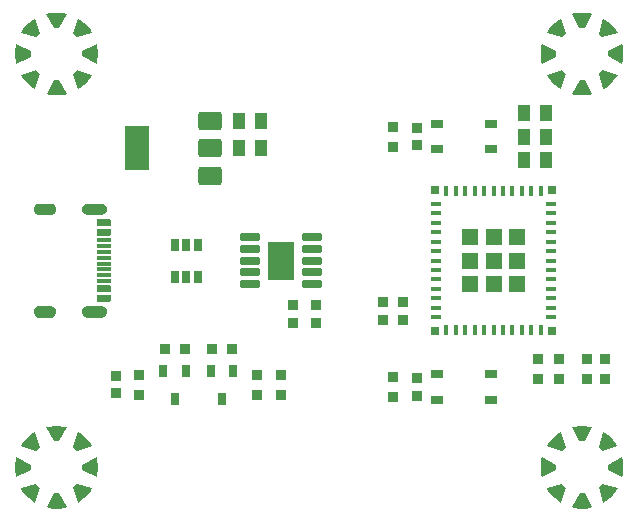
<source format=gtp>
G04*
G04 #@! TF.GenerationSoftware,Altium Limited,Altium Designer,20.0.7 (75)*
G04*
G04 Layer_Color=8421504*
%FSLAX44Y44*%
%MOMM*%
G71*
G01*
G75*
%ADD17R,0.9906X0.7112*%
G04:AMPARAMS|DCode=18|XSize=0.9mm|YSize=0.8mm|CornerRadius=0.06mm|HoleSize=0mm|Usage=FLASHONLY|Rotation=270.000|XOffset=0mm|YOffset=0mm|HoleType=Round|Shape=RoundedRectangle|*
%AMROUNDEDRECTD18*
21,1,0.9000,0.6800,0,0,270.0*
21,1,0.7800,0.8000,0,0,270.0*
1,1,0.1200,-0.3400,-0.3900*
1,1,0.1200,-0.3400,0.3900*
1,1,0.1200,0.3400,0.3900*
1,1,0.1200,0.3400,-0.3900*
%
%ADD18ROUNDEDRECTD18*%
G04:AMPARAMS|DCode=19|XSize=0.8mm|YSize=0.9mm|CornerRadius=0.06mm|HoleSize=0mm|Usage=FLASHONLY|Rotation=90.000|XOffset=0mm|YOffset=0mm|HoleType=Round|Shape=RoundedRectangle|*
%AMROUNDEDRECTD19*
21,1,0.8000,0.7800,0,0,90.0*
21,1,0.6800,0.9000,0,0,90.0*
1,1,0.1200,0.3900,0.3400*
1,1,0.1200,0.3900,-0.3400*
1,1,0.1200,-0.3900,-0.3400*
1,1,0.1200,-0.3900,0.3400*
%
%ADD19ROUNDEDRECTD19*%
%ADD20R,1.4478X1.4478*%
%ADD21R,0.7112X0.7112*%
%ADD22R,0.8128X0.4064*%
%ADD23R,0.4064X0.8128*%
G04:AMPARAMS|DCode=24|XSize=0.95mm|YSize=1.4mm|CornerRadius=0.0712mm|HoleSize=0mm|Usage=FLASHONLY|Rotation=180.000|XOffset=0mm|YOffset=0mm|HoleType=Round|Shape=RoundedRectangle|*
%AMROUNDEDRECTD24*
21,1,0.9500,1.2575,0,0,180.0*
21,1,0.8075,1.4000,0,0,180.0*
1,1,0.1425,-0.4037,0.6288*
1,1,0.1425,0.4037,0.6288*
1,1,0.1425,0.4037,-0.6288*
1,1,0.1425,-0.4037,-0.6288*
%
%ADD24ROUNDEDRECTD24*%
G04:AMPARAMS|DCode=25|XSize=0.8mm|YSize=0.9mm|CornerRadius=0.06mm|HoleSize=0mm|Usage=FLASHONLY|Rotation=0.000|XOffset=0mm|YOffset=0mm|HoleType=Round|Shape=RoundedRectangle|*
%AMROUNDEDRECTD25*
21,1,0.8000,0.7800,0,0,0.0*
21,1,0.6800,0.9000,0,0,0.0*
1,1,0.1200,0.3400,-0.3900*
1,1,0.1200,-0.3400,-0.3900*
1,1,0.1200,-0.3400,0.3900*
1,1,0.1200,0.3400,0.3900*
%
%ADD25ROUNDEDRECTD25*%
G04:AMPARAMS|DCode=26|XSize=0.9mm|YSize=0.8mm|CornerRadius=0.06mm|HoleSize=0mm|Usage=FLASHONLY|Rotation=0.000|XOffset=0mm|YOffset=0mm|HoleType=Round|Shape=RoundedRectangle|*
%AMROUNDEDRECTD26*
21,1,0.9000,0.6800,0,0,0.0*
21,1,0.7800,0.8000,0,0,0.0*
1,1,0.1200,0.3900,-0.3400*
1,1,0.1200,-0.3900,-0.3400*
1,1,0.1200,-0.3900,0.3400*
1,1,0.1200,0.3900,0.3400*
%
%ADD26ROUNDEDRECTD26*%
G04:AMPARAMS|DCode=27|XSize=0.6mm|YSize=1.05mm|CornerRadius=0.045mm|HoleSize=0mm|Usage=FLASHONLY|Rotation=0.000|XOffset=0mm|YOffset=0mm|HoleType=Round|Shape=RoundedRectangle|*
%AMROUNDEDRECTD27*
21,1,0.6000,0.9600,0,0,0.0*
21,1,0.5100,1.0500,0,0,0.0*
1,1,0.0900,0.2550,-0.4800*
1,1,0.0900,-0.2550,-0.4800*
1,1,0.0900,-0.2550,0.4800*
1,1,0.0900,0.2550,0.4800*
%
%ADD27ROUNDEDRECTD27*%
G04:AMPARAMS|DCode=28|XSize=0.6mm|YSize=1.1mm|CornerRadius=0.045mm|HoleSize=0mm|Usage=FLASHONLY|Rotation=180.000|XOffset=0mm|YOffset=0mm|HoleType=Round|Shape=RoundedRectangle|*
%AMROUNDEDRECTD28*
21,1,0.6000,1.0100,0,0,180.0*
21,1,0.5100,1.1000,0,0,180.0*
1,1,0.0900,-0.2550,0.5050*
1,1,0.0900,0.2550,0.5050*
1,1,0.0900,0.2550,-0.5050*
1,1,0.0900,-0.2550,-0.5050*
%
%ADD28ROUNDEDRECTD28*%
G04:AMPARAMS|DCode=29|XSize=1.66mm|YSize=0.6mm|CornerRadius=0.075mm|HoleSize=0mm|Usage=FLASHONLY|Rotation=180.000|XOffset=0mm|YOffset=0mm|HoleType=Round|Shape=RoundedRectangle|*
%AMROUNDEDRECTD29*
21,1,1.6600,0.4500,0,0,180.0*
21,1,1.5100,0.6000,0,0,180.0*
1,1,0.1500,-0.7550,0.2250*
1,1,0.1500,0.7550,0.2250*
1,1,0.1500,0.7550,-0.2250*
1,1,0.1500,-0.7550,-0.2250*
%
%ADD29ROUNDEDRECTD29*%
%ADD30R,2.3000X3.2000*%
G04:AMPARAMS|DCode=31|XSize=1.5mm|YSize=2mm|CornerRadius=0.1875mm|HoleSize=0mm|Usage=FLASHONLY|Rotation=90.000|XOffset=0mm|YOffset=0mm|HoleType=Round|Shape=RoundedRectangle|*
%AMROUNDEDRECTD31*
21,1,1.5000,1.6250,0,0,90.0*
21,1,1.1250,2.0000,0,0,90.0*
1,1,0.3750,0.8125,0.5625*
1,1,0.3750,0.8125,-0.5625*
1,1,0.3750,-0.8125,-0.5625*
1,1,0.3750,-0.8125,0.5625*
%
%ADD31ROUNDEDRECTD31*%
G04:AMPARAMS|DCode=32|XSize=3.8mm|YSize=2mm|CornerRadius=0.05mm|HoleSize=0mm|Usage=FLASHONLY|Rotation=90.000|XOffset=0mm|YOffset=0mm|HoleType=Round|Shape=RoundedRectangle|*
%AMROUNDEDRECTD32*
21,1,3.8000,1.9000,0,0,90.0*
21,1,3.7000,2.0000,0,0,90.0*
1,1,0.1000,0.9500,1.8500*
1,1,0.1000,0.9500,-1.8500*
1,1,0.1000,-0.9500,-1.8500*
1,1,0.1000,-0.9500,1.8500*
%
%ADD32ROUNDEDRECTD32*%
%ADD33R,1.1500X0.6000*%
%ADD34R,1.1500X0.3000*%
G36*
X451410Y384476D02*
X453507Y383950D01*
X447220Y371960D01*
X442680D01*
X436404Y383928D01*
Y383928D01*
X436404D01*
X438501Y384459D01*
X442792Y384997D01*
X447117Y385003D01*
X451410Y384476D01*
D02*
G37*
G36*
X6410D02*
X8507Y383950D01*
X2220Y371960D01*
X-2320D01*
X-8596Y383928D01*
Y383928D01*
X-8596D01*
X-6499Y384459D01*
X-2208Y384997D01*
X2117Y385003D01*
X6410Y384476D01*
D02*
G37*
G36*
X462913Y380069D02*
X464771Y378962D01*
X468185Y376308D01*
X471248Y373254D01*
X473910Y369846D01*
X475022Y367991D01*
X462098Y363958D01*
X458888Y367169D01*
X462913Y380069D01*
X462913Y380069D01*
Y380069D01*
D02*
G37*
G36*
X17913D02*
X19771Y378962D01*
X23185Y376308D01*
X26248Y373254D01*
X28911Y369846D01*
X30022Y367991D01*
X17098Y363958D01*
X13888Y367169D01*
X17913Y380069D01*
X17913Y380069D01*
Y380069D01*
D02*
G37*
G36*
X431042Y367098D02*
X427831Y363888D01*
X414931Y367913D01*
X414931Y367913D01*
X416038Y369771D01*
X418692Y373185D01*
X421746Y376248D01*
X425154Y378910D01*
X427009Y380022D01*
X431042Y367098D01*
D02*
G37*
G36*
X-13958D02*
X-17169Y363888D01*
X-30069Y367913D01*
X-30069Y367913D01*
X-28962Y369771D01*
X-26308Y373185D01*
X-23254Y376248D01*
X-19846Y378910D01*
X-17991Y380022D01*
X-13958Y367098D01*
D02*
G37*
G36*
X479459Y356499D02*
X479997Y352208D01*
X480003Y347883D01*
X479476Y343590D01*
X478950Y341493D01*
X466960Y347780D01*
Y352320D01*
X478928Y358596D01*
X478928D01*
X479459Y356499D01*
D02*
G37*
G36*
X34459D02*
X34997Y352208D01*
X35003Y347883D01*
X34476Y343590D01*
X33950Y341493D01*
X21960Y347780D01*
Y352320D01*
X33928Y358596D01*
X33928D01*
X34459Y356499D01*
D02*
G37*
G36*
X423040Y352220D02*
Y347680D01*
X411072Y341404D01*
X411072D01*
X411072Y341404D01*
X410541Y343501D01*
X410003Y347792D01*
X409997Y352117D01*
X410524Y356410D01*
X411050Y358507D01*
X423040Y352220D01*
D02*
G37*
G36*
X-21960D02*
Y347680D01*
X-33928Y341404D01*
X-33928D01*
X-33928Y341404D01*
X-34459Y343501D01*
X-34997Y347792D01*
X-35003Y352117D01*
X-34476Y356410D01*
X-33950Y358507D01*
X-21960Y352220D01*
D02*
G37*
G36*
X475069Y332087D02*
X475069Y332087D01*
X475069Y332087D01*
X473962Y330229D01*
X471308Y326815D01*
X468254Y323752D01*
X464846Y321090D01*
X462991Y319978D01*
X458958Y332902D01*
X462169Y336112D01*
X475069Y332087D01*
D02*
G37*
G36*
X30069D02*
X30069Y332087D01*
X30069Y332087D01*
X28962Y330229D01*
X26308Y326815D01*
X23254Y323752D01*
X19846Y321090D01*
X17991Y319978D01*
X13958Y332902D01*
X17169Y336112D01*
X30069Y332087D01*
D02*
G37*
G36*
X431112Y332831D02*
X427087Y319931D01*
X427087Y319931D01*
X427087D01*
X425229Y321038D01*
X421815Y323692D01*
X418752Y326746D01*
X416090Y330154D01*
X414978Y332009D01*
X427902Y336042D01*
X431112Y332831D01*
D02*
G37*
G36*
X-13888D02*
X-17913Y319931D01*
X-17913Y319931D01*
X-17913D01*
X-19771Y321038D01*
X-23186Y323692D01*
X-26248Y326746D01*
X-28911Y330154D01*
X-30022Y332009D01*
X-17098Y336042D01*
X-13888Y332831D01*
D02*
G37*
G36*
X453596Y316072D02*
Y316072D01*
Y316072D01*
X451499Y315541D01*
X447208Y315003D01*
X442883Y314997D01*
X438590Y315524D01*
X436493Y316050D01*
X442780Y328040D01*
X447320D01*
X453596Y316072D01*
D02*
G37*
G36*
X8596D02*
Y316072D01*
Y316072D01*
X6499Y315541D01*
X2208Y315003D01*
X-2117Y314997D01*
X-6410Y315524D01*
X-8507Y316050D01*
X-2220Y328040D01*
X2320D01*
X8596Y316072D01*
D02*
G37*
G36*
X40518Y222489D02*
X41925Y221082D01*
X42686Y219244D01*
Y217255D01*
X41925Y215418D01*
X40518Y214011D01*
X38680Y213250D01*
X25691D01*
X23853Y214011D01*
X22447Y215418D01*
X21686Y217255D01*
Y219244D01*
X22447Y221082D01*
X23853Y222489D01*
X25691Y223250D01*
X38680D01*
X40518Y222489D01*
D02*
G37*
G36*
X-2481D02*
X-1074Y221082D01*
X-313Y219244D01*
Y217255D01*
X-1074Y215418D01*
X-2481Y214011D01*
X-4319Y213250D01*
X-15308D01*
X-17146Y214011D01*
X-18552Y215418D01*
X-19313Y217255D01*
Y219244D01*
X-18552Y221082D01*
X-17146Y222489D01*
X-15308Y223250D01*
X-4319D01*
X-2481Y222489D01*
D02*
G37*
G36*
X45564Y204000D02*
X34064D01*
Y210000D01*
X45564D01*
Y204000D01*
D02*
G37*
G36*
Y196000D02*
X34064D01*
Y202000D01*
X45564D01*
Y196000D01*
D02*
G37*
G36*
Y190999D02*
X34064D01*
Y193999D01*
X45564D01*
Y190999D01*
D02*
G37*
G36*
Y185999D02*
X34064D01*
Y188999D01*
X45564D01*
Y185999D01*
D02*
G37*
G36*
Y180999D02*
X34064D01*
Y183999D01*
X45564D01*
Y180999D01*
D02*
G37*
G36*
Y175999D02*
X34064D01*
Y178999D01*
X45564D01*
Y175999D01*
D02*
G37*
G36*
Y170999D02*
X34064D01*
Y173999D01*
X45564D01*
Y170999D01*
D02*
G37*
G36*
Y166000D02*
X34064D01*
Y169000D01*
X45564D01*
Y166000D01*
D02*
G37*
G36*
Y161000D02*
X34064D01*
Y164000D01*
X45564D01*
Y161000D01*
D02*
G37*
G36*
Y156001D02*
X34064D01*
Y159001D01*
X45564D01*
Y156001D01*
D02*
G37*
G36*
Y148000D02*
X34064D01*
Y154000D01*
X45564D01*
Y148000D01*
D02*
G37*
G36*
Y140000D02*
X34064D01*
Y146000D01*
X45564D01*
Y140000D01*
D02*
G37*
G36*
X40518Y135989D02*
X41925Y134582D01*
X42686Y132745D01*
Y130756D01*
X41925Y128918D01*
X40518Y127511D01*
X38680Y126750D01*
X25691D01*
X23853Y127511D01*
X22447Y128918D01*
X21686Y130756D01*
Y132745D01*
X22447Y134582D01*
X23853Y135989D01*
X25691Y136750D01*
X38680D01*
X40518Y135989D01*
D02*
G37*
G36*
X-2481D02*
X-1074Y134582D01*
X-313Y132745D01*
Y130756D01*
X-1074Y128918D01*
X-2481Y127511D01*
X-4319Y126750D01*
X-15308D01*
X-17146Y127511D01*
X-18552Y128918D01*
X-19313Y130756D01*
Y132745D01*
X-18552Y134582D01*
X-17146Y135989D01*
X-15308Y136750D01*
X-4319D01*
X-2481Y135989D01*
D02*
G37*
G36*
X451410Y34476D02*
X453507Y33950D01*
X447220Y21960D01*
X442680D01*
X436404Y33928D01*
Y33928D01*
X436404D01*
X438501Y34459D01*
X442792Y34997D01*
X447117Y35003D01*
X451410Y34476D01*
D02*
G37*
G36*
X6410D02*
X8507Y33950D01*
X2220Y21960D01*
X-2320D01*
X-8596Y33928D01*
Y33928D01*
X-8596D01*
X-6499Y34459D01*
X-2208Y34997D01*
X2117Y35003D01*
X6410Y34476D01*
D02*
G37*
G36*
X462913Y30069D02*
X464771Y28962D01*
X468185Y26308D01*
X471248Y23254D01*
X473910Y19846D01*
X475022Y17991D01*
X462098Y13958D01*
X458888Y17169D01*
X462913Y30069D01*
X462913Y30069D01*
Y30069D01*
D02*
G37*
G36*
X17913D02*
X19771Y28962D01*
X23185Y26308D01*
X26248Y23254D01*
X28911Y19846D01*
X30022Y17991D01*
X17098Y13958D01*
X13888Y17169D01*
X17913Y30069D01*
X17913Y30069D01*
Y30069D01*
D02*
G37*
G36*
X431042Y17098D02*
X427831Y13888D01*
X414931Y17913D01*
X414931Y17913D01*
X416038Y19771D01*
X418692Y23185D01*
X421746Y26248D01*
X425154Y28911D01*
X427009Y30022D01*
X431042Y17098D01*
D02*
G37*
G36*
X-13958D02*
X-17169Y13888D01*
X-30069Y17913D01*
X-30069Y17913D01*
X-28962Y19771D01*
X-26308Y23185D01*
X-23254Y26248D01*
X-19846Y28911D01*
X-17991Y30022D01*
X-13958Y17098D01*
D02*
G37*
G36*
X479459Y6499D02*
X479997Y2208D01*
X480003Y-2117D01*
X479476Y-6410D01*
X478950Y-8507D01*
X466960Y-2220D01*
Y2320D01*
X478928Y8596D01*
X478928D01*
X479459Y6499D01*
D02*
G37*
G36*
X34459D02*
X34997Y2208D01*
X35003Y-2117D01*
X34476Y-6410D01*
X33950Y-8507D01*
X21960Y-2220D01*
Y2320D01*
X33928Y8596D01*
X33928D01*
X34459Y6499D01*
D02*
G37*
G36*
X423040Y2220D02*
Y-2320D01*
X411072Y-8596D01*
X411072D01*
X411072Y-8596D01*
X410541Y-6499D01*
X410003Y-2208D01*
X409997Y2117D01*
X410524Y6410D01*
X411050Y8507D01*
X423040Y2220D01*
D02*
G37*
G36*
X-21960D02*
Y-2320D01*
X-33928Y-8596D01*
X-33928D01*
X-33928Y-8596D01*
X-34459Y-6499D01*
X-34997Y-2208D01*
X-35003Y2117D01*
X-34476Y6410D01*
X-33950Y8507D01*
X-21960Y2220D01*
D02*
G37*
G36*
X475069Y-17913D02*
X475069Y-17913D01*
X475069Y-17913D01*
X473962Y-19771D01*
X471308Y-23186D01*
X468254Y-26248D01*
X464846Y-28911D01*
X462991Y-30022D01*
X458958Y-17098D01*
X462169Y-13888D01*
X475069Y-17913D01*
D02*
G37*
G36*
X30069D02*
X30069Y-17913D01*
X30069Y-17913D01*
X28962Y-19771D01*
X26308Y-23186D01*
X23254Y-26248D01*
X19846Y-28911D01*
X17991Y-30022D01*
X13958Y-17098D01*
X17169Y-13888D01*
X30069Y-17913D01*
D02*
G37*
G36*
X431112Y-17169D02*
X427087Y-30069D01*
X427087Y-30069D01*
X427087D01*
X425229Y-28962D01*
X421815Y-26308D01*
X418752Y-23254D01*
X416090Y-19846D01*
X414978Y-17991D01*
X427902Y-13958D01*
X431112Y-17169D01*
D02*
G37*
G36*
X-13888D02*
X-17913Y-30069D01*
X-17913Y-30069D01*
X-17913D01*
X-19771Y-28962D01*
X-23186Y-26308D01*
X-26248Y-23254D01*
X-28911Y-19846D01*
X-30022Y-17991D01*
X-17098Y-13958D01*
X-13888Y-17169D01*
D02*
G37*
G36*
X453596Y-33928D02*
Y-33928D01*
Y-33928D01*
X451499Y-34459D01*
X447208Y-34997D01*
X442883Y-35003D01*
X438590Y-34476D01*
X436493Y-33950D01*
X442780Y-21960D01*
X447320D01*
X453596Y-33928D01*
D02*
G37*
G36*
X8596D02*
Y-33928D01*
Y-33928D01*
X6499Y-34459D01*
X2208Y-34997D01*
X-2117Y-35003D01*
X-6410Y-34476D01*
X-8507Y-33950D01*
X-2220Y-21960D01*
X2320D01*
X8596Y-33928D01*
D02*
G37*
D17*
X367500Y269250D02*
D03*
X322500D02*
D03*
X367500Y290750D02*
D03*
X322500D02*
D03*
X367500Y57250D02*
D03*
X322500D02*
D03*
X367500Y78750D02*
D03*
X322500D02*
D03*
D18*
X285000Y271500D02*
D03*
Y288500D02*
D03*
Y59500D02*
D03*
Y76500D02*
D03*
X190000Y61500D02*
D03*
Y78500D02*
D03*
X170000Y78500D02*
D03*
Y61500D02*
D03*
X70000Y61500D02*
D03*
Y78500D02*
D03*
D19*
X305000Y272500D02*
D03*
Y287500D02*
D03*
Y60500D02*
D03*
Y75500D02*
D03*
X50000Y62500D02*
D03*
Y77500D02*
D03*
X220000Y122500D02*
D03*
Y137500D02*
D03*
X200000Y122500D02*
D03*
Y137500D02*
D03*
D20*
X389750Y175000D02*
D03*
Y194750D02*
D03*
X370000D02*
D03*
X350250D02*
D03*
Y175000D02*
D03*
Y155250D02*
D03*
X370000D02*
D03*
X389750D02*
D03*
X370000Y175000D02*
D03*
D21*
X419500Y234500D02*
D03*
X320500D02*
D03*
Y115500D02*
D03*
X419500D02*
D03*
D22*
X419000Y223000D02*
D03*
Y215000D02*
D03*
Y207000D02*
D03*
Y199000D02*
D03*
Y191000D02*
D03*
Y183000D02*
D03*
Y175000D02*
D03*
Y167000D02*
D03*
Y159000D02*
D03*
Y151000D02*
D03*
Y143000D02*
D03*
Y135000D02*
D03*
Y127000D02*
D03*
X321000Y127000D02*
D03*
Y135000D02*
D03*
Y143000D02*
D03*
Y151000D02*
D03*
Y159000D02*
D03*
Y167000D02*
D03*
Y175000D02*
D03*
Y183000D02*
D03*
Y191000D02*
D03*
Y199000D02*
D03*
Y207000D02*
D03*
Y215000D02*
D03*
Y223000D02*
D03*
D23*
X410000Y116000D02*
D03*
X402000D02*
D03*
X394000D02*
D03*
X386000D02*
D03*
X378000D02*
D03*
X370000D02*
D03*
X362000D02*
D03*
X354000D02*
D03*
X346000D02*
D03*
X338000D02*
D03*
X330000D02*
D03*
Y234000D02*
D03*
X338000D02*
D03*
X346000D02*
D03*
X354000D02*
D03*
X362000D02*
D03*
X370000D02*
D03*
X378000D02*
D03*
X386000D02*
D03*
X394000D02*
D03*
X402000D02*
D03*
X410000D02*
D03*
D24*
X395750Y260000D02*
D03*
X414250D02*
D03*
X395750Y280000D02*
D03*
X414250D02*
D03*
X395750Y300000D02*
D03*
X414250D02*
D03*
X154750Y270000D02*
D03*
X173250D02*
D03*
X154750Y293000D02*
D03*
X173250D02*
D03*
D25*
X449000Y92000D02*
D03*
X464000D02*
D03*
X449000Y75000D02*
D03*
X464000D02*
D03*
D26*
X425000Y92000D02*
D03*
X408000D02*
D03*
X425000Y75000D02*
D03*
X408000D02*
D03*
X276500Y140000D02*
D03*
X293500D02*
D03*
X276500Y125000D02*
D03*
X293500D02*
D03*
X131500Y100000D02*
D03*
X148500D02*
D03*
X91500D02*
D03*
X108500D02*
D03*
D27*
X140000Y58150D02*
D03*
X130500Y81850D02*
D03*
X149500D02*
D03*
X100000Y58150D02*
D03*
X90500Y81850D02*
D03*
X109500D02*
D03*
D28*
X100500Y161500D02*
D03*
X110000D02*
D03*
X119500D02*
D03*
Y188500D02*
D03*
X110000D02*
D03*
X100500D02*
D03*
D29*
X216250Y155000D02*
D03*
Y165000D02*
D03*
Y175000D02*
D03*
Y185000D02*
D03*
Y195000D02*
D03*
X163750D02*
D03*
Y185000D02*
D03*
Y175000D02*
D03*
Y165000D02*
D03*
Y155000D02*
D03*
D30*
X190000Y175000D02*
D03*
D31*
X130000Y293000D02*
D03*
Y247000D02*
D03*
Y270000D02*
D03*
D32*
X68000D02*
D03*
D33*
X39814Y143001D02*
D03*
Y151000D02*
D03*
Y199001D02*
D03*
Y206999D02*
D03*
D34*
Y157500D02*
D03*
Y162501D02*
D03*
Y167499D02*
D03*
Y172500D02*
D03*
Y177499D02*
D03*
Y182500D02*
D03*
Y187499D02*
D03*
Y192501D02*
D03*
M02*

</source>
